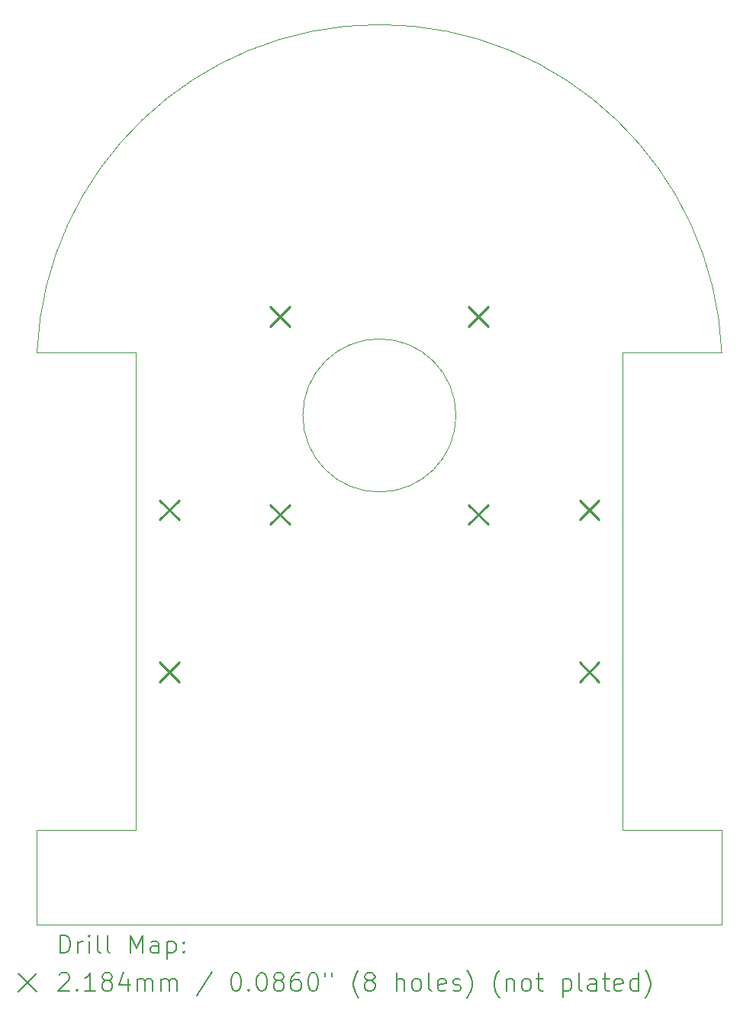
<source format=gbr>
%TF.GenerationSoftware,KiCad,Pcbnew,7.0.9*%
%TF.CreationDate,2024-01-15T17:26:03-08:00*%
%TF.ProjectId,mercury_2ir,6d657263-7572-4795-9f32-69722e6b6963,rev?*%
%TF.SameCoordinates,Original*%
%TF.FileFunction,Drillmap*%
%TF.FilePolarity,Positive*%
%FSLAX45Y45*%
G04 Gerber Fmt 4.5, Leading zero omitted, Abs format (unit mm)*
G04 Created by KiCad (PCBNEW 7.0.9) date 2024-01-15 17:26:03*
%MOMM*%
%LPD*%
G01*
G04 APERTURE LIST*
%ADD10C,0.100000*%
%ADD11C,0.200000*%
%ADD12C,0.218440*%
G04 APERTURE END LIST*
D10*
X15400000Y-9500000D02*
X16500000Y-9500000D01*
X16500000Y-15850000D02*
X16500000Y-14800000D01*
X16500000Y-9500000D02*
G75*
G03*
X8900000Y-9500000I-3800000J-165912D01*
G01*
X10000000Y-14800000D02*
X10000000Y-9500000D01*
X15400000Y-15850000D02*
X16500000Y-15850000D01*
X15400000Y-15850000D02*
X10000000Y-15850000D01*
X15400000Y-14800000D02*
X15400000Y-9500000D01*
X13550000Y-10200000D02*
G75*
G03*
X13550000Y-10200000I-850000J0D01*
G01*
X8900000Y-14800000D02*
X8900000Y-15850000D01*
X16500000Y-14800000D02*
X15400000Y-14800000D01*
X8900000Y-9500000D02*
X10000000Y-9500000D01*
X10000000Y-14800000D02*
X8900000Y-14800000D01*
X8900000Y-15850000D02*
X10000000Y-15850000D01*
D11*
D12*
X10260780Y-11140780D02*
X10479220Y-11359220D01*
X10479220Y-11140780D02*
X10260780Y-11359220D01*
X10260780Y-12940780D02*
X10479220Y-13159220D01*
X10479220Y-12940780D02*
X10260780Y-13159220D01*
X11490780Y-8990780D02*
X11709220Y-9209220D01*
X11709220Y-8990780D02*
X11490780Y-9209220D01*
X11490780Y-11190780D02*
X11709220Y-11409220D01*
X11709220Y-11190780D02*
X11490780Y-11409220D01*
X13690780Y-8990780D02*
X13909220Y-9209220D01*
X13909220Y-8990780D02*
X13690780Y-9209220D01*
X13690780Y-11190780D02*
X13909220Y-11409220D01*
X13909220Y-11190780D02*
X13690780Y-11409220D01*
X14920780Y-11140780D02*
X15139220Y-11359220D01*
X15139220Y-11140780D02*
X14920780Y-11359220D01*
X14920780Y-12940780D02*
X15139220Y-13159220D01*
X15139220Y-12940780D02*
X14920780Y-13159220D01*
D11*
X9155777Y-16166484D02*
X9155777Y-15966484D01*
X9155777Y-15966484D02*
X9203396Y-15966484D01*
X9203396Y-15966484D02*
X9231967Y-15976008D01*
X9231967Y-15976008D02*
X9251015Y-15995055D01*
X9251015Y-15995055D02*
X9260539Y-16014103D01*
X9260539Y-16014103D02*
X9270063Y-16052198D01*
X9270063Y-16052198D02*
X9270063Y-16080769D01*
X9270063Y-16080769D02*
X9260539Y-16118865D01*
X9260539Y-16118865D02*
X9251015Y-16137912D01*
X9251015Y-16137912D02*
X9231967Y-16156960D01*
X9231967Y-16156960D02*
X9203396Y-16166484D01*
X9203396Y-16166484D02*
X9155777Y-16166484D01*
X9355777Y-16166484D02*
X9355777Y-16033150D01*
X9355777Y-16071246D02*
X9365301Y-16052198D01*
X9365301Y-16052198D02*
X9374824Y-16042674D01*
X9374824Y-16042674D02*
X9393872Y-16033150D01*
X9393872Y-16033150D02*
X9412920Y-16033150D01*
X9479586Y-16166484D02*
X9479586Y-16033150D01*
X9479586Y-15966484D02*
X9470063Y-15976008D01*
X9470063Y-15976008D02*
X9479586Y-15985531D01*
X9479586Y-15985531D02*
X9489110Y-15976008D01*
X9489110Y-15976008D02*
X9479586Y-15966484D01*
X9479586Y-15966484D02*
X9479586Y-15985531D01*
X9603396Y-16166484D02*
X9584348Y-16156960D01*
X9584348Y-16156960D02*
X9574824Y-16137912D01*
X9574824Y-16137912D02*
X9574824Y-15966484D01*
X9708158Y-16166484D02*
X9689110Y-16156960D01*
X9689110Y-16156960D02*
X9679586Y-16137912D01*
X9679586Y-16137912D02*
X9679586Y-15966484D01*
X9936729Y-16166484D02*
X9936729Y-15966484D01*
X9936729Y-15966484D02*
X10003396Y-16109341D01*
X10003396Y-16109341D02*
X10070063Y-15966484D01*
X10070063Y-15966484D02*
X10070063Y-16166484D01*
X10251015Y-16166484D02*
X10251015Y-16061722D01*
X10251015Y-16061722D02*
X10241491Y-16042674D01*
X10241491Y-16042674D02*
X10222444Y-16033150D01*
X10222444Y-16033150D02*
X10184348Y-16033150D01*
X10184348Y-16033150D02*
X10165301Y-16042674D01*
X10251015Y-16156960D02*
X10231967Y-16166484D01*
X10231967Y-16166484D02*
X10184348Y-16166484D01*
X10184348Y-16166484D02*
X10165301Y-16156960D01*
X10165301Y-16156960D02*
X10155777Y-16137912D01*
X10155777Y-16137912D02*
X10155777Y-16118865D01*
X10155777Y-16118865D02*
X10165301Y-16099817D01*
X10165301Y-16099817D02*
X10184348Y-16090293D01*
X10184348Y-16090293D02*
X10231967Y-16090293D01*
X10231967Y-16090293D02*
X10251015Y-16080769D01*
X10346253Y-16033150D02*
X10346253Y-16233150D01*
X10346253Y-16042674D02*
X10365301Y-16033150D01*
X10365301Y-16033150D02*
X10403396Y-16033150D01*
X10403396Y-16033150D02*
X10422444Y-16042674D01*
X10422444Y-16042674D02*
X10431967Y-16052198D01*
X10431967Y-16052198D02*
X10441491Y-16071246D01*
X10441491Y-16071246D02*
X10441491Y-16128388D01*
X10441491Y-16128388D02*
X10431967Y-16147436D01*
X10431967Y-16147436D02*
X10422444Y-16156960D01*
X10422444Y-16156960D02*
X10403396Y-16166484D01*
X10403396Y-16166484D02*
X10365301Y-16166484D01*
X10365301Y-16166484D02*
X10346253Y-16156960D01*
X10527205Y-16147436D02*
X10536729Y-16156960D01*
X10536729Y-16156960D02*
X10527205Y-16166484D01*
X10527205Y-16166484D02*
X10517682Y-16156960D01*
X10517682Y-16156960D02*
X10527205Y-16147436D01*
X10527205Y-16147436D02*
X10527205Y-16166484D01*
X10527205Y-16042674D02*
X10536729Y-16052198D01*
X10536729Y-16052198D02*
X10527205Y-16061722D01*
X10527205Y-16061722D02*
X10517682Y-16052198D01*
X10517682Y-16052198D02*
X10527205Y-16042674D01*
X10527205Y-16042674D02*
X10527205Y-16061722D01*
X8695000Y-16395000D02*
X8895000Y-16595000D01*
X8895000Y-16395000D02*
X8695000Y-16595000D01*
X9146253Y-16405531D02*
X9155777Y-16396008D01*
X9155777Y-16396008D02*
X9174824Y-16386484D01*
X9174824Y-16386484D02*
X9222444Y-16386484D01*
X9222444Y-16386484D02*
X9241491Y-16396008D01*
X9241491Y-16396008D02*
X9251015Y-16405531D01*
X9251015Y-16405531D02*
X9260539Y-16424579D01*
X9260539Y-16424579D02*
X9260539Y-16443627D01*
X9260539Y-16443627D02*
X9251015Y-16472198D01*
X9251015Y-16472198D02*
X9136729Y-16586484D01*
X9136729Y-16586484D02*
X9260539Y-16586484D01*
X9346253Y-16567436D02*
X9355777Y-16576960D01*
X9355777Y-16576960D02*
X9346253Y-16586484D01*
X9346253Y-16586484D02*
X9336729Y-16576960D01*
X9336729Y-16576960D02*
X9346253Y-16567436D01*
X9346253Y-16567436D02*
X9346253Y-16586484D01*
X9546253Y-16586484D02*
X9431967Y-16586484D01*
X9489110Y-16586484D02*
X9489110Y-16386484D01*
X9489110Y-16386484D02*
X9470063Y-16415055D01*
X9470063Y-16415055D02*
X9451015Y-16434103D01*
X9451015Y-16434103D02*
X9431967Y-16443627D01*
X9660539Y-16472198D02*
X9641491Y-16462674D01*
X9641491Y-16462674D02*
X9631967Y-16453150D01*
X9631967Y-16453150D02*
X9622444Y-16434103D01*
X9622444Y-16434103D02*
X9622444Y-16424579D01*
X9622444Y-16424579D02*
X9631967Y-16405531D01*
X9631967Y-16405531D02*
X9641491Y-16396008D01*
X9641491Y-16396008D02*
X9660539Y-16386484D01*
X9660539Y-16386484D02*
X9698634Y-16386484D01*
X9698634Y-16386484D02*
X9717682Y-16396008D01*
X9717682Y-16396008D02*
X9727205Y-16405531D01*
X9727205Y-16405531D02*
X9736729Y-16424579D01*
X9736729Y-16424579D02*
X9736729Y-16434103D01*
X9736729Y-16434103D02*
X9727205Y-16453150D01*
X9727205Y-16453150D02*
X9717682Y-16462674D01*
X9717682Y-16462674D02*
X9698634Y-16472198D01*
X9698634Y-16472198D02*
X9660539Y-16472198D01*
X9660539Y-16472198D02*
X9641491Y-16481722D01*
X9641491Y-16481722D02*
X9631967Y-16491246D01*
X9631967Y-16491246D02*
X9622444Y-16510293D01*
X9622444Y-16510293D02*
X9622444Y-16548388D01*
X9622444Y-16548388D02*
X9631967Y-16567436D01*
X9631967Y-16567436D02*
X9641491Y-16576960D01*
X9641491Y-16576960D02*
X9660539Y-16586484D01*
X9660539Y-16586484D02*
X9698634Y-16586484D01*
X9698634Y-16586484D02*
X9717682Y-16576960D01*
X9717682Y-16576960D02*
X9727205Y-16567436D01*
X9727205Y-16567436D02*
X9736729Y-16548388D01*
X9736729Y-16548388D02*
X9736729Y-16510293D01*
X9736729Y-16510293D02*
X9727205Y-16491246D01*
X9727205Y-16491246D02*
X9717682Y-16481722D01*
X9717682Y-16481722D02*
X9698634Y-16472198D01*
X9908158Y-16453150D02*
X9908158Y-16586484D01*
X9860539Y-16376960D02*
X9812920Y-16519817D01*
X9812920Y-16519817D02*
X9936729Y-16519817D01*
X10012920Y-16586484D02*
X10012920Y-16453150D01*
X10012920Y-16472198D02*
X10022444Y-16462674D01*
X10022444Y-16462674D02*
X10041491Y-16453150D01*
X10041491Y-16453150D02*
X10070063Y-16453150D01*
X10070063Y-16453150D02*
X10089110Y-16462674D01*
X10089110Y-16462674D02*
X10098634Y-16481722D01*
X10098634Y-16481722D02*
X10098634Y-16586484D01*
X10098634Y-16481722D02*
X10108158Y-16462674D01*
X10108158Y-16462674D02*
X10127205Y-16453150D01*
X10127205Y-16453150D02*
X10155777Y-16453150D01*
X10155777Y-16453150D02*
X10174825Y-16462674D01*
X10174825Y-16462674D02*
X10184348Y-16481722D01*
X10184348Y-16481722D02*
X10184348Y-16586484D01*
X10279586Y-16586484D02*
X10279586Y-16453150D01*
X10279586Y-16472198D02*
X10289110Y-16462674D01*
X10289110Y-16462674D02*
X10308158Y-16453150D01*
X10308158Y-16453150D02*
X10336729Y-16453150D01*
X10336729Y-16453150D02*
X10355777Y-16462674D01*
X10355777Y-16462674D02*
X10365301Y-16481722D01*
X10365301Y-16481722D02*
X10365301Y-16586484D01*
X10365301Y-16481722D02*
X10374825Y-16462674D01*
X10374825Y-16462674D02*
X10393872Y-16453150D01*
X10393872Y-16453150D02*
X10422444Y-16453150D01*
X10422444Y-16453150D02*
X10441491Y-16462674D01*
X10441491Y-16462674D02*
X10451015Y-16481722D01*
X10451015Y-16481722D02*
X10451015Y-16586484D01*
X10841491Y-16376960D02*
X10670063Y-16634103D01*
X11098634Y-16386484D02*
X11117682Y-16386484D01*
X11117682Y-16386484D02*
X11136729Y-16396008D01*
X11136729Y-16396008D02*
X11146253Y-16405531D01*
X11146253Y-16405531D02*
X11155777Y-16424579D01*
X11155777Y-16424579D02*
X11165301Y-16462674D01*
X11165301Y-16462674D02*
X11165301Y-16510293D01*
X11165301Y-16510293D02*
X11155777Y-16548388D01*
X11155777Y-16548388D02*
X11146253Y-16567436D01*
X11146253Y-16567436D02*
X11136729Y-16576960D01*
X11136729Y-16576960D02*
X11117682Y-16586484D01*
X11117682Y-16586484D02*
X11098634Y-16586484D01*
X11098634Y-16586484D02*
X11079587Y-16576960D01*
X11079587Y-16576960D02*
X11070063Y-16567436D01*
X11070063Y-16567436D02*
X11060539Y-16548388D01*
X11060539Y-16548388D02*
X11051015Y-16510293D01*
X11051015Y-16510293D02*
X11051015Y-16462674D01*
X11051015Y-16462674D02*
X11060539Y-16424579D01*
X11060539Y-16424579D02*
X11070063Y-16405531D01*
X11070063Y-16405531D02*
X11079587Y-16396008D01*
X11079587Y-16396008D02*
X11098634Y-16386484D01*
X11251015Y-16567436D02*
X11260539Y-16576960D01*
X11260539Y-16576960D02*
X11251015Y-16586484D01*
X11251015Y-16586484D02*
X11241491Y-16576960D01*
X11241491Y-16576960D02*
X11251015Y-16567436D01*
X11251015Y-16567436D02*
X11251015Y-16586484D01*
X11384348Y-16386484D02*
X11403396Y-16386484D01*
X11403396Y-16386484D02*
X11422444Y-16396008D01*
X11422444Y-16396008D02*
X11431967Y-16405531D01*
X11431967Y-16405531D02*
X11441491Y-16424579D01*
X11441491Y-16424579D02*
X11451015Y-16462674D01*
X11451015Y-16462674D02*
X11451015Y-16510293D01*
X11451015Y-16510293D02*
X11441491Y-16548388D01*
X11441491Y-16548388D02*
X11431967Y-16567436D01*
X11431967Y-16567436D02*
X11422444Y-16576960D01*
X11422444Y-16576960D02*
X11403396Y-16586484D01*
X11403396Y-16586484D02*
X11384348Y-16586484D01*
X11384348Y-16586484D02*
X11365301Y-16576960D01*
X11365301Y-16576960D02*
X11355777Y-16567436D01*
X11355777Y-16567436D02*
X11346253Y-16548388D01*
X11346253Y-16548388D02*
X11336729Y-16510293D01*
X11336729Y-16510293D02*
X11336729Y-16462674D01*
X11336729Y-16462674D02*
X11346253Y-16424579D01*
X11346253Y-16424579D02*
X11355777Y-16405531D01*
X11355777Y-16405531D02*
X11365301Y-16396008D01*
X11365301Y-16396008D02*
X11384348Y-16386484D01*
X11565301Y-16472198D02*
X11546253Y-16462674D01*
X11546253Y-16462674D02*
X11536729Y-16453150D01*
X11536729Y-16453150D02*
X11527206Y-16434103D01*
X11527206Y-16434103D02*
X11527206Y-16424579D01*
X11527206Y-16424579D02*
X11536729Y-16405531D01*
X11536729Y-16405531D02*
X11546253Y-16396008D01*
X11546253Y-16396008D02*
X11565301Y-16386484D01*
X11565301Y-16386484D02*
X11603396Y-16386484D01*
X11603396Y-16386484D02*
X11622444Y-16396008D01*
X11622444Y-16396008D02*
X11631967Y-16405531D01*
X11631967Y-16405531D02*
X11641491Y-16424579D01*
X11641491Y-16424579D02*
X11641491Y-16434103D01*
X11641491Y-16434103D02*
X11631967Y-16453150D01*
X11631967Y-16453150D02*
X11622444Y-16462674D01*
X11622444Y-16462674D02*
X11603396Y-16472198D01*
X11603396Y-16472198D02*
X11565301Y-16472198D01*
X11565301Y-16472198D02*
X11546253Y-16481722D01*
X11546253Y-16481722D02*
X11536729Y-16491246D01*
X11536729Y-16491246D02*
X11527206Y-16510293D01*
X11527206Y-16510293D02*
X11527206Y-16548388D01*
X11527206Y-16548388D02*
X11536729Y-16567436D01*
X11536729Y-16567436D02*
X11546253Y-16576960D01*
X11546253Y-16576960D02*
X11565301Y-16586484D01*
X11565301Y-16586484D02*
X11603396Y-16586484D01*
X11603396Y-16586484D02*
X11622444Y-16576960D01*
X11622444Y-16576960D02*
X11631967Y-16567436D01*
X11631967Y-16567436D02*
X11641491Y-16548388D01*
X11641491Y-16548388D02*
X11641491Y-16510293D01*
X11641491Y-16510293D02*
X11631967Y-16491246D01*
X11631967Y-16491246D02*
X11622444Y-16481722D01*
X11622444Y-16481722D02*
X11603396Y-16472198D01*
X11812920Y-16386484D02*
X11774825Y-16386484D01*
X11774825Y-16386484D02*
X11755777Y-16396008D01*
X11755777Y-16396008D02*
X11746253Y-16405531D01*
X11746253Y-16405531D02*
X11727206Y-16434103D01*
X11727206Y-16434103D02*
X11717682Y-16472198D01*
X11717682Y-16472198D02*
X11717682Y-16548388D01*
X11717682Y-16548388D02*
X11727206Y-16567436D01*
X11727206Y-16567436D02*
X11736729Y-16576960D01*
X11736729Y-16576960D02*
X11755777Y-16586484D01*
X11755777Y-16586484D02*
X11793872Y-16586484D01*
X11793872Y-16586484D02*
X11812920Y-16576960D01*
X11812920Y-16576960D02*
X11822444Y-16567436D01*
X11822444Y-16567436D02*
X11831967Y-16548388D01*
X11831967Y-16548388D02*
X11831967Y-16500769D01*
X11831967Y-16500769D02*
X11822444Y-16481722D01*
X11822444Y-16481722D02*
X11812920Y-16472198D01*
X11812920Y-16472198D02*
X11793872Y-16462674D01*
X11793872Y-16462674D02*
X11755777Y-16462674D01*
X11755777Y-16462674D02*
X11736729Y-16472198D01*
X11736729Y-16472198D02*
X11727206Y-16481722D01*
X11727206Y-16481722D02*
X11717682Y-16500769D01*
X11955777Y-16386484D02*
X11974825Y-16386484D01*
X11974825Y-16386484D02*
X11993872Y-16396008D01*
X11993872Y-16396008D02*
X12003396Y-16405531D01*
X12003396Y-16405531D02*
X12012920Y-16424579D01*
X12012920Y-16424579D02*
X12022444Y-16462674D01*
X12022444Y-16462674D02*
X12022444Y-16510293D01*
X12022444Y-16510293D02*
X12012920Y-16548388D01*
X12012920Y-16548388D02*
X12003396Y-16567436D01*
X12003396Y-16567436D02*
X11993872Y-16576960D01*
X11993872Y-16576960D02*
X11974825Y-16586484D01*
X11974825Y-16586484D02*
X11955777Y-16586484D01*
X11955777Y-16586484D02*
X11936729Y-16576960D01*
X11936729Y-16576960D02*
X11927206Y-16567436D01*
X11927206Y-16567436D02*
X11917682Y-16548388D01*
X11917682Y-16548388D02*
X11908158Y-16510293D01*
X11908158Y-16510293D02*
X11908158Y-16462674D01*
X11908158Y-16462674D02*
X11917682Y-16424579D01*
X11917682Y-16424579D02*
X11927206Y-16405531D01*
X11927206Y-16405531D02*
X11936729Y-16396008D01*
X11936729Y-16396008D02*
X11955777Y-16386484D01*
X12098634Y-16386484D02*
X12098634Y-16424579D01*
X12174825Y-16386484D02*
X12174825Y-16424579D01*
X12470063Y-16662674D02*
X12460539Y-16653150D01*
X12460539Y-16653150D02*
X12441491Y-16624579D01*
X12441491Y-16624579D02*
X12431968Y-16605531D01*
X12431968Y-16605531D02*
X12422444Y-16576960D01*
X12422444Y-16576960D02*
X12412920Y-16529341D01*
X12412920Y-16529341D02*
X12412920Y-16491246D01*
X12412920Y-16491246D02*
X12422444Y-16443627D01*
X12422444Y-16443627D02*
X12431968Y-16415055D01*
X12431968Y-16415055D02*
X12441491Y-16396008D01*
X12441491Y-16396008D02*
X12460539Y-16367436D01*
X12460539Y-16367436D02*
X12470063Y-16357912D01*
X12574825Y-16472198D02*
X12555777Y-16462674D01*
X12555777Y-16462674D02*
X12546253Y-16453150D01*
X12546253Y-16453150D02*
X12536729Y-16434103D01*
X12536729Y-16434103D02*
X12536729Y-16424579D01*
X12536729Y-16424579D02*
X12546253Y-16405531D01*
X12546253Y-16405531D02*
X12555777Y-16396008D01*
X12555777Y-16396008D02*
X12574825Y-16386484D01*
X12574825Y-16386484D02*
X12612920Y-16386484D01*
X12612920Y-16386484D02*
X12631968Y-16396008D01*
X12631968Y-16396008D02*
X12641491Y-16405531D01*
X12641491Y-16405531D02*
X12651015Y-16424579D01*
X12651015Y-16424579D02*
X12651015Y-16434103D01*
X12651015Y-16434103D02*
X12641491Y-16453150D01*
X12641491Y-16453150D02*
X12631968Y-16462674D01*
X12631968Y-16462674D02*
X12612920Y-16472198D01*
X12612920Y-16472198D02*
X12574825Y-16472198D01*
X12574825Y-16472198D02*
X12555777Y-16481722D01*
X12555777Y-16481722D02*
X12546253Y-16491246D01*
X12546253Y-16491246D02*
X12536729Y-16510293D01*
X12536729Y-16510293D02*
X12536729Y-16548388D01*
X12536729Y-16548388D02*
X12546253Y-16567436D01*
X12546253Y-16567436D02*
X12555777Y-16576960D01*
X12555777Y-16576960D02*
X12574825Y-16586484D01*
X12574825Y-16586484D02*
X12612920Y-16586484D01*
X12612920Y-16586484D02*
X12631968Y-16576960D01*
X12631968Y-16576960D02*
X12641491Y-16567436D01*
X12641491Y-16567436D02*
X12651015Y-16548388D01*
X12651015Y-16548388D02*
X12651015Y-16510293D01*
X12651015Y-16510293D02*
X12641491Y-16491246D01*
X12641491Y-16491246D02*
X12631968Y-16481722D01*
X12631968Y-16481722D02*
X12612920Y-16472198D01*
X12889110Y-16586484D02*
X12889110Y-16386484D01*
X12974825Y-16586484D02*
X12974825Y-16481722D01*
X12974825Y-16481722D02*
X12965301Y-16462674D01*
X12965301Y-16462674D02*
X12946253Y-16453150D01*
X12946253Y-16453150D02*
X12917682Y-16453150D01*
X12917682Y-16453150D02*
X12898634Y-16462674D01*
X12898634Y-16462674D02*
X12889110Y-16472198D01*
X13098634Y-16586484D02*
X13079587Y-16576960D01*
X13079587Y-16576960D02*
X13070063Y-16567436D01*
X13070063Y-16567436D02*
X13060539Y-16548388D01*
X13060539Y-16548388D02*
X13060539Y-16491246D01*
X13060539Y-16491246D02*
X13070063Y-16472198D01*
X13070063Y-16472198D02*
X13079587Y-16462674D01*
X13079587Y-16462674D02*
X13098634Y-16453150D01*
X13098634Y-16453150D02*
X13127206Y-16453150D01*
X13127206Y-16453150D02*
X13146253Y-16462674D01*
X13146253Y-16462674D02*
X13155777Y-16472198D01*
X13155777Y-16472198D02*
X13165301Y-16491246D01*
X13165301Y-16491246D02*
X13165301Y-16548388D01*
X13165301Y-16548388D02*
X13155777Y-16567436D01*
X13155777Y-16567436D02*
X13146253Y-16576960D01*
X13146253Y-16576960D02*
X13127206Y-16586484D01*
X13127206Y-16586484D02*
X13098634Y-16586484D01*
X13279587Y-16586484D02*
X13260539Y-16576960D01*
X13260539Y-16576960D02*
X13251015Y-16557912D01*
X13251015Y-16557912D02*
X13251015Y-16386484D01*
X13431968Y-16576960D02*
X13412920Y-16586484D01*
X13412920Y-16586484D02*
X13374825Y-16586484D01*
X13374825Y-16586484D02*
X13355777Y-16576960D01*
X13355777Y-16576960D02*
X13346253Y-16557912D01*
X13346253Y-16557912D02*
X13346253Y-16481722D01*
X13346253Y-16481722D02*
X13355777Y-16462674D01*
X13355777Y-16462674D02*
X13374825Y-16453150D01*
X13374825Y-16453150D02*
X13412920Y-16453150D01*
X13412920Y-16453150D02*
X13431968Y-16462674D01*
X13431968Y-16462674D02*
X13441491Y-16481722D01*
X13441491Y-16481722D02*
X13441491Y-16500769D01*
X13441491Y-16500769D02*
X13346253Y-16519817D01*
X13517682Y-16576960D02*
X13536730Y-16586484D01*
X13536730Y-16586484D02*
X13574825Y-16586484D01*
X13574825Y-16586484D02*
X13593872Y-16576960D01*
X13593872Y-16576960D02*
X13603396Y-16557912D01*
X13603396Y-16557912D02*
X13603396Y-16548388D01*
X13603396Y-16548388D02*
X13593872Y-16529341D01*
X13593872Y-16529341D02*
X13574825Y-16519817D01*
X13574825Y-16519817D02*
X13546253Y-16519817D01*
X13546253Y-16519817D02*
X13527206Y-16510293D01*
X13527206Y-16510293D02*
X13517682Y-16491246D01*
X13517682Y-16491246D02*
X13517682Y-16481722D01*
X13517682Y-16481722D02*
X13527206Y-16462674D01*
X13527206Y-16462674D02*
X13546253Y-16453150D01*
X13546253Y-16453150D02*
X13574825Y-16453150D01*
X13574825Y-16453150D02*
X13593872Y-16462674D01*
X13670063Y-16662674D02*
X13679587Y-16653150D01*
X13679587Y-16653150D02*
X13698634Y-16624579D01*
X13698634Y-16624579D02*
X13708158Y-16605531D01*
X13708158Y-16605531D02*
X13717682Y-16576960D01*
X13717682Y-16576960D02*
X13727206Y-16529341D01*
X13727206Y-16529341D02*
X13727206Y-16491246D01*
X13727206Y-16491246D02*
X13717682Y-16443627D01*
X13717682Y-16443627D02*
X13708158Y-16415055D01*
X13708158Y-16415055D02*
X13698634Y-16396008D01*
X13698634Y-16396008D02*
X13679587Y-16367436D01*
X13679587Y-16367436D02*
X13670063Y-16357912D01*
X14031968Y-16662674D02*
X14022444Y-16653150D01*
X14022444Y-16653150D02*
X14003396Y-16624579D01*
X14003396Y-16624579D02*
X13993872Y-16605531D01*
X13993872Y-16605531D02*
X13984349Y-16576960D01*
X13984349Y-16576960D02*
X13974825Y-16529341D01*
X13974825Y-16529341D02*
X13974825Y-16491246D01*
X13974825Y-16491246D02*
X13984349Y-16443627D01*
X13984349Y-16443627D02*
X13993872Y-16415055D01*
X13993872Y-16415055D02*
X14003396Y-16396008D01*
X14003396Y-16396008D02*
X14022444Y-16367436D01*
X14022444Y-16367436D02*
X14031968Y-16357912D01*
X14108158Y-16453150D02*
X14108158Y-16586484D01*
X14108158Y-16472198D02*
X14117682Y-16462674D01*
X14117682Y-16462674D02*
X14136730Y-16453150D01*
X14136730Y-16453150D02*
X14165301Y-16453150D01*
X14165301Y-16453150D02*
X14184349Y-16462674D01*
X14184349Y-16462674D02*
X14193872Y-16481722D01*
X14193872Y-16481722D02*
X14193872Y-16586484D01*
X14317682Y-16586484D02*
X14298634Y-16576960D01*
X14298634Y-16576960D02*
X14289111Y-16567436D01*
X14289111Y-16567436D02*
X14279587Y-16548388D01*
X14279587Y-16548388D02*
X14279587Y-16491246D01*
X14279587Y-16491246D02*
X14289111Y-16472198D01*
X14289111Y-16472198D02*
X14298634Y-16462674D01*
X14298634Y-16462674D02*
X14317682Y-16453150D01*
X14317682Y-16453150D02*
X14346253Y-16453150D01*
X14346253Y-16453150D02*
X14365301Y-16462674D01*
X14365301Y-16462674D02*
X14374825Y-16472198D01*
X14374825Y-16472198D02*
X14384349Y-16491246D01*
X14384349Y-16491246D02*
X14384349Y-16548388D01*
X14384349Y-16548388D02*
X14374825Y-16567436D01*
X14374825Y-16567436D02*
X14365301Y-16576960D01*
X14365301Y-16576960D02*
X14346253Y-16586484D01*
X14346253Y-16586484D02*
X14317682Y-16586484D01*
X14441492Y-16453150D02*
X14517682Y-16453150D01*
X14470063Y-16386484D02*
X14470063Y-16557912D01*
X14470063Y-16557912D02*
X14479587Y-16576960D01*
X14479587Y-16576960D02*
X14498634Y-16586484D01*
X14498634Y-16586484D02*
X14517682Y-16586484D01*
X14736730Y-16453150D02*
X14736730Y-16653150D01*
X14736730Y-16462674D02*
X14755777Y-16453150D01*
X14755777Y-16453150D02*
X14793873Y-16453150D01*
X14793873Y-16453150D02*
X14812920Y-16462674D01*
X14812920Y-16462674D02*
X14822444Y-16472198D01*
X14822444Y-16472198D02*
X14831968Y-16491246D01*
X14831968Y-16491246D02*
X14831968Y-16548388D01*
X14831968Y-16548388D02*
X14822444Y-16567436D01*
X14822444Y-16567436D02*
X14812920Y-16576960D01*
X14812920Y-16576960D02*
X14793873Y-16586484D01*
X14793873Y-16586484D02*
X14755777Y-16586484D01*
X14755777Y-16586484D02*
X14736730Y-16576960D01*
X14946253Y-16586484D02*
X14927206Y-16576960D01*
X14927206Y-16576960D02*
X14917682Y-16557912D01*
X14917682Y-16557912D02*
X14917682Y-16386484D01*
X15108158Y-16586484D02*
X15108158Y-16481722D01*
X15108158Y-16481722D02*
X15098634Y-16462674D01*
X15098634Y-16462674D02*
X15079587Y-16453150D01*
X15079587Y-16453150D02*
X15041492Y-16453150D01*
X15041492Y-16453150D02*
X15022444Y-16462674D01*
X15108158Y-16576960D02*
X15089111Y-16586484D01*
X15089111Y-16586484D02*
X15041492Y-16586484D01*
X15041492Y-16586484D02*
X15022444Y-16576960D01*
X15022444Y-16576960D02*
X15012920Y-16557912D01*
X15012920Y-16557912D02*
X15012920Y-16538865D01*
X15012920Y-16538865D02*
X15022444Y-16519817D01*
X15022444Y-16519817D02*
X15041492Y-16510293D01*
X15041492Y-16510293D02*
X15089111Y-16510293D01*
X15089111Y-16510293D02*
X15108158Y-16500769D01*
X15174825Y-16453150D02*
X15251015Y-16453150D01*
X15203396Y-16386484D02*
X15203396Y-16557912D01*
X15203396Y-16557912D02*
X15212920Y-16576960D01*
X15212920Y-16576960D02*
X15231968Y-16586484D01*
X15231968Y-16586484D02*
X15251015Y-16586484D01*
X15393873Y-16576960D02*
X15374825Y-16586484D01*
X15374825Y-16586484D02*
X15336730Y-16586484D01*
X15336730Y-16586484D02*
X15317682Y-16576960D01*
X15317682Y-16576960D02*
X15308158Y-16557912D01*
X15308158Y-16557912D02*
X15308158Y-16481722D01*
X15308158Y-16481722D02*
X15317682Y-16462674D01*
X15317682Y-16462674D02*
X15336730Y-16453150D01*
X15336730Y-16453150D02*
X15374825Y-16453150D01*
X15374825Y-16453150D02*
X15393873Y-16462674D01*
X15393873Y-16462674D02*
X15403396Y-16481722D01*
X15403396Y-16481722D02*
X15403396Y-16500769D01*
X15403396Y-16500769D02*
X15308158Y-16519817D01*
X15574825Y-16586484D02*
X15574825Y-16386484D01*
X15574825Y-16576960D02*
X15555777Y-16586484D01*
X15555777Y-16586484D02*
X15517682Y-16586484D01*
X15517682Y-16586484D02*
X15498634Y-16576960D01*
X15498634Y-16576960D02*
X15489111Y-16567436D01*
X15489111Y-16567436D02*
X15479587Y-16548388D01*
X15479587Y-16548388D02*
X15479587Y-16491246D01*
X15479587Y-16491246D02*
X15489111Y-16472198D01*
X15489111Y-16472198D02*
X15498634Y-16462674D01*
X15498634Y-16462674D02*
X15517682Y-16453150D01*
X15517682Y-16453150D02*
X15555777Y-16453150D01*
X15555777Y-16453150D02*
X15574825Y-16462674D01*
X15651015Y-16662674D02*
X15660539Y-16653150D01*
X15660539Y-16653150D02*
X15679587Y-16624579D01*
X15679587Y-16624579D02*
X15689111Y-16605531D01*
X15689111Y-16605531D02*
X15698634Y-16576960D01*
X15698634Y-16576960D02*
X15708158Y-16529341D01*
X15708158Y-16529341D02*
X15708158Y-16491246D01*
X15708158Y-16491246D02*
X15698634Y-16443627D01*
X15698634Y-16443627D02*
X15689111Y-16415055D01*
X15689111Y-16415055D02*
X15679587Y-16396008D01*
X15679587Y-16396008D02*
X15660539Y-16367436D01*
X15660539Y-16367436D02*
X15651015Y-16357912D01*
M02*

</source>
